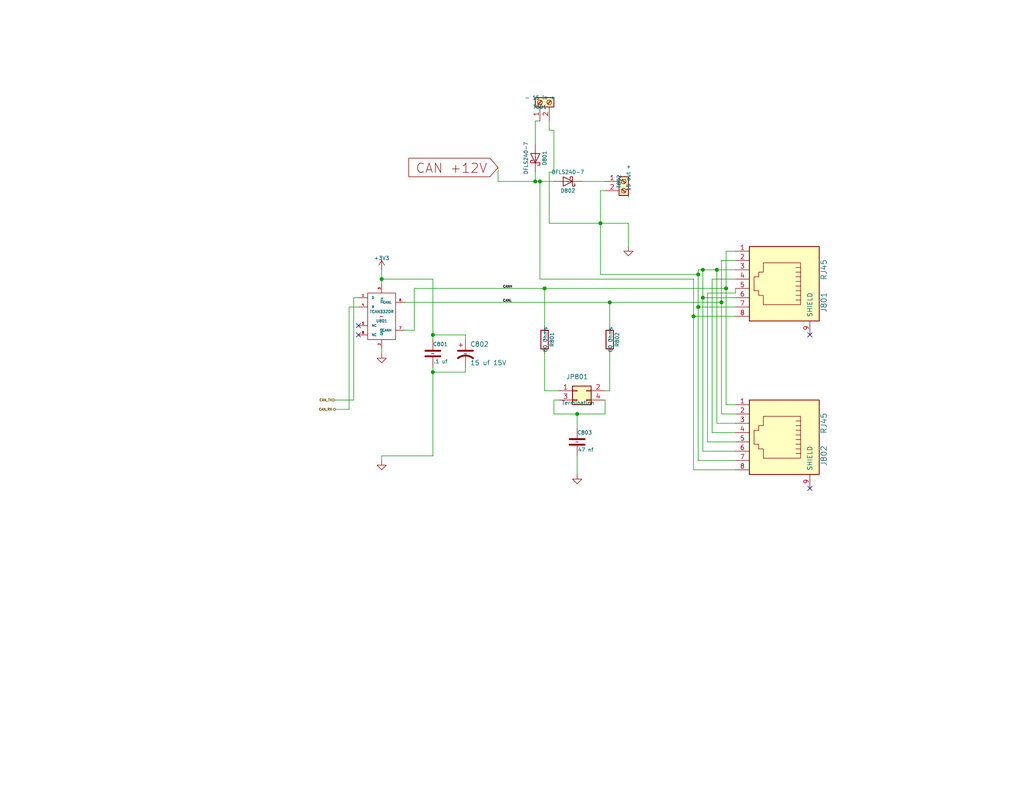
<source format=kicad_sch>
(kicad_sch (version 20211123) (generator eeschema)
  (paper "USLetter")
  (title_block (title "ESP32 S3 Multifunction Board Universal Turnout") (rev "1.0") (company "Deepwoods Software") (comment 1 "CAN Transceiver"))
  (lib_symbols
    (symbol "ESP32-T7S3-MultiFunctionUniversalTurnout-rescue:+3V3" (power) (pin_names (offset 0))
      (property "Value" "+3V3" (at 0 3.556 0))
      (symbol "+3V3_0_1"
        (polyline (pts (xy -0.762 1.27) (xy 0 2.54)))
        (polyline (pts (xy 0 0) (xy 0 2.54)))
        (polyline (pts (xy 0 2.54) (xy 0.762 1.27)))
      )
      (symbol "+3V3_1_1"
        (pin power_in line (at 0 0 90) (length 0) hide (name "+3V3") (number "1"))
      )
    )
    (symbol "ESP32-T7S3-MultiFunctionUniversalTurnout-rescue:C" (pin_numbers hide) (pin_names (offset 0.254))
      (property "Reference" "C" (at 0.635 2.54 0))
      (property "Value" "C" (at 0.635 -2.54 0))
      (symbol "C_0_1"
        (polyline (pts (xy -2.032 -0.762) (xy 2.032 -0.762)) (stroke (width 0.508)))
        (polyline (pts (xy -2.032 0.762) (xy 2.032 0.762)) (stroke (width 0.508)))
      )
      (symbol "C_1_1"
        (pin passive line (at 0 3.81 270) (length 2.794) (name "~") (number "1"))
        (pin passive line (at 0 -3.81 90) (length 2.794) (name "~") (number "2"))
      )
    )
    (symbol "ESP32-T7S3-MultiFunctionUniversalTurnout-rescue:CP1" (pin_numbers hide) (pin_names (offset 0.254) hide)
      (property "Reference" "C" (at 0.635 2.54 0))
      (property "Value" "CP1" (at 0.635 -2.54 0))
      (symbol "CP1_0_1"
        (polyline (pts (xy -2.032 0.762) (xy 2.032 0.762)) (stroke (width 0.508)))
        (polyline (pts (xy -1.778 2.286) (xy -0.762 2.286)))
        (polyline (pts (xy -1.27 1.778) (xy -1.27 2.794)))
        (arc (start 2.032 -1.27) (mid 0 -0.5572) (end -2.032 -1.27) (stroke (width 0.508)))
      )
      (symbol "CP1_1_1"
        (pin passive line (at 0 3.81 270) (length 2.794) (name "~") (number "1"))
        (pin passive line (at 0 -3.81 90) (length 3.302) (name "~") (number "2"))
      )
    )
    (symbol "ESP32-T7S3-MultiFunctionUniversalTurnout-rescue:Conn_02x02_Odd_Even" (pin_names (offset 1.016) hide)
      (property "Reference" "J" (at 1.27 2.54 0))
      (property "Value" "Conn_02x02_Odd_Even" (at 1.27 -5.08 0))
      (symbol "Conn_02x02_Odd_Even_1_1"
        (rectangle (start -1.27 -2.413) (end 0 -2.667) (stroke (width 0.1524)))
        (rectangle (start -1.27 0.127) (end 0 -0.127) (stroke (width 0.1524)))
        (rectangle (start -1.27 1.27) (end 3.81 -3.81) (stroke (width 0.254)) (fill (type background)))
        (rectangle (start 3.81 -2.413) (end 2.54 -2.667) (stroke (width 0.1524)))
        (rectangle (start 3.81 0.127) (end 2.54 -0.127) (stroke (width 0.1524)))
        (pin passive line (at -5.08 0 0) (length 3.81) (name "Pin_1") (number "1"))
        (pin passive line (at 7.62 0 180) (length 3.81) (name "Pin_2") (number "2"))
        (pin passive line (at -5.08 -2.54 0) (length 3.81) (name "Pin_3") (number "3"))
        (pin passive line (at 7.62 -2.54 180) (length 3.81) (name "Pin_4") (number "4"))
      )
    )
    (symbol "ESP32-T7S3-MultiFunctionUniversalTurnout-rescue:D_Schottky" (pin_numbers hide) (pin_names (offset 1.016) hide)
      (property "Reference" "D" (at 0 2.54 0))
      (property "Value" "D_Schottky" (at 0 -2.54 0))
      (symbol "D_Schottky_0_1"
        (polyline (pts (xy 1.27 0) (xy -1.27 0)))
        (polyline (pts (xy 1.27 1.27) (xy 1.27 -1.27) (xy -1.27 0) (xy 1.27 1.27)) (stroke (width 0.2032)))
        (polyline (pts (xy -1.905 0.635) (xy -1.905 1.27) (xy -1.27 1.27) (xy -1.27 -1.27) (xy -0.635 -1.27) (xy -0.635 -0.635)) (stroke (width 0.2032)))
      )
      (symbol "D_Schottky_1_1"
        (pin passive line (at -3.81 0 0) (length 2.54) (name "K") (number "1"))
        (pin passive line (at 3.81 0 180) (length 2.54) (name "A") (number "2"))
      )
    )
    (symbol "ESP32-T7S3-MultiFunctionUniversalTurnout-rescue:GND" (power) (pin_names (offset 0))
      (property "Value" "GND" (at 0 -3.81 0))
      (symbol "GND_0_1"
        (polyline (pts (xy 0 0) (xy 0 -1.27) (xy 1.27 -1.27) (xy 0 -2.54) (xy -1.27 -1.27) (xy 0 -1.27)))
      )
      (symbol "GND_1_1"
        (pin power_in line (at 0 0 270) (length 0) hide (name "GND") (number "1"))
      )
    )
    (symbol "ESP32-T7S3-MultiFunctionUniversalTurnout-rescue:R" (pin_numbers hide) (pin_names (offset 0))
      (property "Reference" "R" (at 2.032 0 90))
      (property "Value" "R" (at 0 0 90))
      (symbol "R_0_1"
        (rectangle (start -1.016 -2.54) (end 1.016 2.54) (stroke (width 0.254)))
      )
      (symbol "R_1_1"
        (pin passive line (at 0 3.81 270) (length 1.27) (name "~") (number "1"))
        (pin passive line (at 0 -3.81 90) (length 1.27) (name "~") (number "2"))
      )
    )
    (symbol "ESP32-T7S3-MultiFunctionUniversalTurnout-rescue:RJ45" (pin_names (offset 1.016))
      (property "Reference" "J" (at 5.08 12.7 0))
      (property "Value" "RJ45" (at -3.81 12.7 0))
      (symbol "RJ45_0_1"
        (rectangle (start -10.16 -7.62) (end 10.16 11.43) (stroke (width 0.254)) (fill (type background)))
        (polyline (pts (xy -4.445 5.08) (xy -4.445 6.35) (xy -4.445 6.35)))
        (polyline (pts (xy -3.175 6.35) (xy -3.175 5.08) (xy -3.175 5.08)))
        (polyline (pts (xy -1.905 6.35) (xy -1.905 5.08) (xy -1.905 5.08)))
        (polyline (pts (xy -0.635 6.35) (xy -0.635 5.08) (xy -0.635 5.08)))
        (polyline (pts (xy 0.635 6.35) (xy 0.635 5.08) (xy 0.635 5.08)))
        (polyline (pts (xy 1.905 6.35) (xy 1.905 5.08) (xy 1.905 5.08)))
        (polyline (pts (xy 3.175 5.08) (xy 3.175 6.35) (xy 3.175 6.35)))
        (polyline (pts (xy 4.445 5.08) (xy 4.445 6.35) (xy 4.445 6.35)))
        (polyline (pts (xy -5.715 6.35) (xy 5.715 6.35) (xy 5.715 -3.81) (xy 3.175 -3.81) (xy 3.175 -5.08) (xy 1.905 -5.08) (xy 1.905 -6.35) (xy -1.905 -6.35) (xy -1.905 -5.08) (xy -3.175 -5.08) (xy -3.175 -3.81) (xy -5.715 -3.81) (xy -5.715 6.35) (xy -5.715 6.35)))
      )
      (symbol "RJ45_1_1"
        (pin passive line (at -8.89 -11.43 90) (length 3.81) (name "~") (number "1"))
        (pin passive line (at -6.35 -11.43 90) (length 3.81) (name "~") (number "2"))
        (pin passive line (at -3.81 -11.43 90) (length 3.81) (name "~") (number "3"))
        (pin passive line (at -1.27 -11.43 90) (length 3.81) (name "~") (number "4"))
        (pin passive line (at 1.27 -11.43 90) (length 3.81) (name "~") (number "5"))
        (pin passive line (at 3.81 -11.43 90) (length 3.81) (name "~") (number "6"))
        (pin passive line (at 6.35 -11.43 90) (length 3.81) (name "~") (number "7"))
        (pin passive line (at 8.89 -11.43 90) (length 3.81) (name "~") (number "8"))
        (pin passive line (at 13.97 8.89 180) (length 3.81) (name "SHIELD") (number "9"))
      )
    )
    (symbol "ESP32-T7S3-MultiFunctionUniversalTurnout-rescue:Screw_Terminal_01x02" (pin_names (offset 1.016) hide)
      (property "Reference" "J" (at 0 2.54 0))
      (property "Value" "Screw_Terminal_01x02" (at 0 -5.08 0))
      (symbol "Screw_Terminal_01x02_1_1"
        (rectangle (start -1.27 1.27) (end 1.27 -3.81) (stroke (width 0.254)) (fill (type background)))
        (circle (center 0 -2.54) (radius 0.635) (stroke (width 0.1524)))
        (polyline (pts (xy -0.5334 -2.2098) (xy 0.3302 -3.048)) (stroke (width 0.1524)))
        (polyline (pts (xy -0.5334 0.3302) (xy 0.3302 -0.508)) (stroke (width 0.1524)))
        (polyline (pts (xy -0.3556 -2.032) (xy 0.508 -2.8702)) (stroke (width 0.1524)))
        (polyline (pts (xy -0.3556 0.508) (xy 0.508 -0.3302)) (stroke (width 0.1524)))
        (circle (center 0 0) (radius 0.635) (stroke (width 0.1524)))
        (pin passive line (at -5.08 0 0) (length 3.81) (name "Pin_1") (number "1"))
        (pin passive line (at -5.08 -2.54 0) (length 3.81) (name "Pin_2") (number "2"))
      )
    )
    (symbol "ESP32-T7S3-MultiFunctionUniversalTurnout-rescue:TCAN332DR" (pin_names (offset 1.016))
      (property "Reference" "U" (at 0 -1.27 0))
      (property "Value" "TCAN332DR" (at 0 1.27 0))
      (symbol "TCAN332DR_0_1"
        (rectangle (start -3.81 6.35) (end 3.81 -6.35))
      )
      (symbol "TCAN332DR_1_1"
        (pin input line (at -6.35 5.08 0) (length 2.54) (name "D") (number "1"))
        (pin power_in line (at 0 -8.89 90) (length 2.54) (name "GND") (number "2"))
        (pin power_in line (at 0 8.89 270) (length 2.54) (name "Vcc") (number "3"))
        (pin output line (at -6.35 2.54 0) (length 2.54) (name "R") (number "4"))
        (pin input line (at -6.35 -2.54 0) (length 2.54) (name "NC") (number "5"))
        (pin bidirectional line (at 6.35 3.81 180) (length 2.54) (name "CANL") (number "6"))
        (pin bidirectional line (at 6.35 -3.81 180) (length 2.54) (name "CANH") (number "7"))
        (pin input line (at -6.35 -5.08 0) (length 2.54) (name "NC") (number "8"))
      )
    )
  )
  (junction (at 190.5 83.82))
  (junction (at 190.5 74.93))
  (junction (at 146.05 49.53))
  (junction (at 148.59 78.74))
  (junction (at 118.11 101.6))
  (junction (at 166.37 82.55))
  (junction (at 198.12 78.74))
  (junction (at 104.14 76.2))
  (junction (at 196.85 82.55))
  (junction (at 191.77 73.66))
  (junction (at 163.83 60.96))
  (junction (at 189.23 86.36))
  (junction (at 191.77 81.28))
  (junction (at 157.48 113.03))
  (junction (at 118.11 91.44))
  (junction (at 195.58 73.66))
  (junction (at 147.32 49.53))
  (no_connect (at 220.98 91.44))
  (no_connect (at 97.79 91.44))
  (no_connect (at 220.98 133.35))
  (no_connect (at 97.79 88.9))
  (wire (pts (xy 146.05 49.53) (xy 147.32 49.53)))
  (wire (pts (xy 166.37 96.52) (xy 166.37 106.68)))
  (wire (pts (xy 198.12 68.58) (xy 198.12 78.74)))
  (wire (pts (xy 127 101.6) (xy 118.11 101.6)))
  (wire (pts (xy 165.1 52.07) (xy 163.83 52.07)))
  (wire (pts (xy 146.05 33.02) (xy 146.05 39.37)))
  (wire (pts (xy 198.12 78.74) (xy 198.12 110.49)))
  (wire (pts (xy 148.59 78.74) (xy 198.12 78.74)))
  (wire (pts (xy 148.59 96.52) (xy 148.59 106.68)))
  (wire (pts (xy 110.49 90.17) (xy 113.03 90.17)))
  (wire (pts (xy 104.14 76.2) (xy 104.14 77.47)))
  (wire (pts (xy 163.83 74.93) (xy 190.5 74.93)))
  (wire (pts (xy 189.23 76.2) (xy 189.23 86.36)))
  (wire (pts (xy 149.86 46.99) (xy 149.86 60.96)))
  (wire (pts (xy 118.11 76.2) (xy 118.11 91.44)))
  (wire (pts (xy 148.59 78.74) (xy 148.59 88.9)))
  (wire (pts (xy 151.13 113.03) (xy 151.13 109.22)))
  (wire (pts (xy 193.04 80.01) (xy 193.04 120.65)))
  (wire (pts (xy 95.25 111.76) (xy 91.44 111.76)))
  (wire (pts (xy 165.1 113.03) (xy 157.48 113.03)))
  (wire (pts (xy 166.37 82.55) (xy 196.85 82.55)))
  (wire (pts (xy 113.03 78.74) (xy 148.59 78.74)))
  (wire (pts (xy 118.11 124.46) (xy 104.14 124.46)))
  (wire (pts (xy 198.12 68.58) (xy 200.66 68.58)))
  (wire (pts (xy 165.1 49.53) (xy 158.75 49.53)))
  (wire (pts (xy 194.31 118.11) (xy 194.31 76.2)))
  (wire (pts (xy 195.58 73.66) (xy 195.58 115.57)))
  (wire (pts (xy 96.52 109.22) (xy 91.44 109.22)))
  (wire (pts (xy 135.89 49.53) (xy 146.05 49.53)))
  (wire (pts (xy 171.45 60.96) (xy 171.45 67.31)))
  (wire (pts (xy 189.23 128.27) (xy 200.66 128.27)))
  (wire (pts (xy 118.11 91.44) (xy 127 91.44)))
  (wire (pts (xy 194.31 76.2) (xy 200.66 76.2)))
  (wire (pts (xy 198.12 110.49) (xy 200.66 110.49)))
  (wire (pts (xy 96.52 81.28) (xy 96.52 109.22)))
  (wire (pts (xy 110.49 82.55) (xy 166.37 82.55)))
  (wire (pts (xy 149.86 33.02) (xy 149.86 35.56)))
  (wire (pts (xy 157.48 124.46) (xy 157.48 129.54)))
  (wire (pts (xy 196.85 82.55) (xy 196.85 113.03)))
  (wire (pts (xy 157.48 113.03) (xy 157.48 116.84)))
  (wire (pts (xy 189.23 86.36) (xy 189.23 128.27)))
  (wire (pts (xy 149.86 60.96) (xy 163.83 60.96)))
  (wire (pts (xy 151.13 46.99) (xy 149.86 46.99)))
  (wire (pts (xy 104.14 124.46) (xy 104.14 125.73)))
  (wire (pts (xy 147.32 76.2) (xy 189.23 76.2)))
  (wire (pts (xy 200.66 71.12) (xy 196.85 71.12)))
  (wire (pts (xy 190.5 73.66) (xy 190.5 74.93)))
  (wire (pts (xy 200.66 80.01) (xy 193.04 80.01)))
  (wire (pts (xy 157.48 113.03) (xy 151.13 113.03)))
  (wire (pts (xy 104.14 76.2) (xy 118.11 76.2)))
  (wire (pts (xy 191.77 73.66) (xy 195.58 73.66)))
  (wire (pts (xy 189.23 86.36) (xy 200.66 86.36)))
  (wire (pts (xy 200.66 78.74) (xy 200.66 80.01)))
  (wire (pts (xy 97.79 83.82) (xy 95.25 83.82)))
  (wire (pts (xy 191.77 81.28) (xy 191.77 123.19)))
  (wire (pts (xy 104.14 73.66) (xy 104.14 76.2)))
  (wire (pts (xy 118.11 101.6) (xy 118.11 124.46)))
  (wire (pts (xy 166.37 82.55) (xy 166.37 88.9)))
  (wire (pts (xy 127 100.33) (xy 127 101.6)))
  (wire (pts (xy 135.89 45.72) (xy 135.89 49.53)))
  (wire (pts (xy 196.85 113.03) (xy 200.66 113.03)))
  (wire (pts (xy 127 91.44) (xy 127 92.71)))
  (wire (pts (xy 166.37 106.68) (xy 165.1 106.68)))
  (wire (pts (xy 163.83 60.96) (xy 163.83 74.93)))
  (wire (pts (xy 196.85 71.12) (xy 196.85 82.55)))
  (wire (pts (xy 118.11 91.44) (xy 118.11 92.71)))
  (wire (pts (xy 148.59 106.68) (xy 152.4 106.68)))
  (wire (pts (xy 190.5 74.93) (xy 190.5 83.82)))
  (wire (pts (xy 190.5 125.73) (xy 200.66 125.73)))
  (wire (pts (xy 104.14 95.25) (xy 104.14 96.52)))
  (wire (pts (xy 191.77 73.66) (xy 191.77 81.28)))
  (wire (pts (xy 195.58 115.57) (xy 200.66 115.57)))
  (wire (pts (xy 95.25 83.82) (xy 95.25 111.76)))
  (wire (pts (xy 165.1 109.22) (xy 165.1 113.03)))
  (wire (pts (xy 163.83 52.07) (xy 163.83 60.96)))
  (wire (pts (xy 193.04 120.65) (xy 200.66 120.65)))
  (wire (pts (xy 190.5 83.82) (xy 190.5 125.73)))
  (wire (pts (xy 200.66 81.28) (xy 191.77 81.28)))
  (wire (pts (xy 113.03 90.17) (xy 113.03 78.74)))
  (wire (pts (xy 147.32 33.02) (xy 146.05 33.02)))
  (wire (pts (xy 146.05 49.53) (xy 146.05 46.99)))
  (wire (pts (xy 163.83 60.96) (xy 171.45 60.96)))
  (wire (pts (xy 190.5 73.66) (xy 191.77 73.66)))
  (wire (pts (xy 149.86 35.56) (xy 151.13 35.56)))
  (wire (pts (xy 190.5 83.82) (xy 200.66 83.82)))
  (wire (pts (xy 147.32 49.53) (xy 151.13 49.53)))
  (wire (pts (xy 151.13 35.56) (xy 151.13 46.99)))
  (wire (pts (xy 97.79 81.28) (xy 96.52 81.28)))
  (wire (pts (xy 200.66 118.11) (xy 194.31 118.11)))
  (wire (pts (xy 195.58 73.66) (xy 200.66 73.66)))
  (wire (pts (xy 118.11 100.33) (xy 118.11 101.6)))
  (wire (pts (xy 151.13 109.22) (xy 152.4 109.22)))
  (wire (pts (xy 191.77 123.19) (xy 200.66 123.19)))
  (wire (pts (xy 147.32 49.53) (xy 147.32 76.2)))
  (label "CANL" (at 137.16 82.55 0) (effects (font (size 0.635 0.635))))
  (label "CANH" (at 137.16 78.74 0) (effects (font (size 0.635 0.635))))
  (global_label "CAN +12V" (shape input) (at 135.89 45.72 180) (effects (font (size 2.54 2.54))) (property "Intersheet References" "${INTERSHEET_REFS}" (effects hide)))
  (hierarchical_label "CAN_TX" (shape input) (at 91.44 109.22 180) (effects (font (size 0.635 0.635))))
  (hierarchical_label "CAN_RX" (shape output) (at 91.44 111.76 180) (effects (font (size 0.635 0.635))))
  (symbol (lib_id "ESP32-T7S3-MultiFunctionUniversalTurnout-rescue:TCAN332DR") (at 104.14 86.36 0) (unit 1)
    (property "Reference" "U801" (at 104.14 87.63 0) (effects (font (size 0.762 0.762))))
    (property "Value" "TCAN332DR" (at 104.14 85.09 0) (effects (font (size 0.762 0.762))))
    (property "Footprint" "Housings_SOIC:SOIC-8_3.9x4.9mm_Pitch1.27mm" (effects hide))
    (property "Datasheet" "~" (at 104.14 86.36 0) (effects (font (size 1.524 1.524))))
    (property "Mouser Part Number" "595-TCAN332DR" (effects hide))
  )
  (symbol (lib_id "ESP32-T7S3-MultiFunctionUniversalTurnout-rescue:+3V3") (at 104.14 73.66 0) (unit 1)
    (property "Reference" "#PWR047" (effects hide))
    (property "Value" "+3V3" (at 104.14 70.485 0) (effects (font (size 1.016 1.016))))
  )
  (symbol (lib_id "ESP32-T7S3-MultiFunctionUniversalTurnout-rescue:GND") (at 104.14 96.52 0) (unit 1)
    (property "Reference" "#PWR048" (effects hide))
    (property "Value" "GND" (effects hide))
  )
  (symbol (lib_id "ESP32-T7S3-MultiFunctionUniversalTurnout-rescue:C") (at 118.11 96.52 0) (unit 1)
    (property "Reference" "C801" (at 118.11 93.98 0) (effects (font (size 1.016 1.016)) (justify left)))
    (property "Value" ".1 uf" (at 118.2624 98.679 0) (effects (font (size 1.016 1.016)) (justify left)))
    (property "Footprint" "Capacitors_SMD:C_0603" (effects hide))
    (property "Datasheet" "~" (at 118.11 96.52 0) (effects (font (size 1.524 1.524))))
    (property "Mouser Part Number" "710-885012206095" (effects hide))
  )
  (symbol (lib_id "ESP32-T7S3-MultiFunctionUniversalTurnout-rescue:CP1") (at 127 96.52 0) (unit 1)
    (property "Reference" "C802" (at 128.27 93.98 0) (effects (justify left)))
    (property "Value" "15 uf 15V" (at 128.27 99.06 0) (effects (justify left)))
    (property "Footprint" "Capacitors_SMD:CP_Elec_4x5.7" (effects hide))
    (property "Datasheet" "~" (at 127 96.52 0) (effects (font (size 1.524 1.524))))
    (property "Mouser Part Number" "647-UUD1C150MCL" (effects hide))
  )
  (symbol (lib_id "ESP32-T7S3-MultiFunctionUniversalTurnout-rescue:R") (at 148.59 92.71 0) (unit 1)
    (property "Reference" "R801" (at 150.622 92.71 90) (effects (font (size 1.016 1.016))))
    (property "Value" "60 Ohms" (at 148.7678 92.6846 90) (effects (font (size 1.016 1.016))))
    (property "Footprint" "Resistors_SMD:R_1206" (effects hide))
    (property "Datasheet" "~" (at 148.59 92.71 0) (effects (font (size 0.762 0.762))))
    (property "Mouser Part Number" "71-CRCW120660R0KNAIF" (effects hide))
  )
  (symbol (lib_id "ESP32-T7S3-MultiFunctionUniversalTurnout-rescue:R") (at 166.37 92.71 0) (unit 1)
    (property "Reference" "R802" (at 168.402 92.71 90) (effects (font (size 1.016 1.016))))
    (property "Value" "60 Ohms" (at 166.5478 92.6846 90) (effects (font (size 1.016 1.016))))
    (property "Footprint" "Resistors_SMD:R_1206" (effects hide))
    (property "Datasheet" "~" (at 166.37 92.71 0) (effects (font (size 0.762 0.762))))
    (property "Mouser Part Number" "71-CRCW120660R0KNAIF" (effects hide))
  )
  (symbol (lib_id "ESP32-T7S3-MultiFunctionUniversalTurnout-rescue:Conn_02x02_Odd_Even") (at 157.48 106.68 0) (unit 1)
    (property "Reference" "JP801" (at 157.48 102.87 0))
    (property "Value" "Termination" (at 157.734 109.982 0) (effects (font (size 1.016 1.016))))
    (property "Footprint" "Pin_Headers:Pin_Header_Straight_2x02_Pitch2.54mm" (effects hide))
    (property "Mouser Part Number" "649-67997-404HLF" (effects hide))
  )
  (symbol (lib_id "ESP32-T7S3-MultiFunctionUniversalTurnout-rescue:C") (at 157.48 120.65 0) (unit 1)
    (property "Reference" "C803" (at 157.48 118.11 0) (effects (font (size 1.016 1.016)) (justify left)))
    (property "Value" "47 nf" (at 157.6324 122.809 0) (effects (font (size 1.016 1.016)) (justify left)))
    (property "Footprint" "Capacitors_SMD:C_0603" (effects hide))
    (property "Datasheet" "~" (at 157.48 120.65 0) (effects (font (size 1.524 1.524))))
    (property "Mouser Part Number" "710-885012206093" (effects hide))
  )
  (symbol (lib_id "ESP32-T7S3-MultiFunctionUniversalTurnout-rescue:GND") (at 157.48 129.54 0) (unit 1)
    (property "Reference" "#PWR049" (effects hide))
    (property "Value" "GND" (effects hide))
  )
  (symbol (lib_id "ESP32-T7S3-MultiFunctionUniversalTurnout-rescue:RJ45") (at 212.09 119.38 270) (unit 1)
    (property "Reference" "J802" (at 224.79 124.46 0) (effects (font (size 1.524 1.524))))
    (property "Value" "RJ45" (at 224.79 115.57 0) (effects (font (size 1.524 1.524))))
    (property "Footprint" "RJ45-8N-S:RJ45_8N-S" (effects hide))
    (property "Mouser Part Number" "710-615008144221" (effects hide))
  )
  (symbol (lib_id "ESP32-T7S3-MultiFunctionUniversalTurnout-rescue:RJ45") (at 212.09 77.47 270) (unit 1)
    (property "Reference" "J801" (at 224.79 82.55 0) (effects (font (size 1.524 1.524))))
    (property "Value" "RJ45" (at 224.79 73.66 0) (effects (font (size 1.524 1.524))))
    (property "Footprint" "RJ45-8N-S:RJ45_8N-S" (effects hide))
    (property "Mouser Part Number" "710-615008144221" (effects hide))
  )
  (symbol (lib_id "ESP32-T7S3-MultiFunctionUniversalTurnout-rescue:Screw_Terminal_01x02") (at 170.18 49.53 0) (unit 1)
    (property "Reference" "T802" (at 168.91 49.53 90) (effects (font (size 1.016 1.016))))
    (property "Value" "- 15 out +" (at 171.45 49.53 90) (effects (font (size 1.016 1.016))))
    (property "Footprint" "Connectors_Terminal_Blocks:TerminalBlock_Pheonix_MPT-2.54mm_2pol" (effects hide))
    (property "Mouser Part Number" "651-1725656" (effects hide))
  )
  (symbol (lib_id "ESP32-T7S3-MultiFunctionUniversalTurnout-rescue:D_Schottky") (at 154.94 49.53 180) (unit 1)
    (property "Reference" "D802" (at 154.94 52.07 0) (effects (font (size 1.016 1.016))))
    (property "Value" "DFLS240-7" (at 154.94 46.99 0) (effects (font (size 1.016 1.016))))
    (property "Footprint" "Diodes_SMD:D_PowerDI-123" (effects hide))
    (property "Datasheet" "~" (at 154.94 49.53 0) (effects (font (size 1.524 1.524))))
    (property "Mouser Part Number" "621-DFLS240-7" (effects hide))
  )
  (symbol (lib_id "ESP32-T7S3-MultiFunctionUniversalTurnout-rescue:GND") (at 171.45 67.31 0) (unit 1)
    (property "Reference" "#PWR050" (effects hide))
    (property "Value" "GND" (effects hide))
  )
  (symbol (lib_id "ESP32-T7S3-MultiFunctionUniversalTurnout-rescue:Screw_Terminal_01x02") (at 147.32 27.94 90) (unit 1)
    (property "Reference" "T801" (at 147.32 29.21 90) (effects (font (size 1.016 1.016))))
    (property "Value" "- 15 in +" (at 147.32 26.67 90) (effects (font (size 1.016 1.016))))
    (property "Footprint" "Connectors_Terminal_Blocks:TerminalBlock_Pheonix_MPT-2.54mm_2pol" (effects hide))
    (property "Mouser Part Number" "651-1725656" (effects hide))
  )
  (symbol (lib_id "ESP32-T7S3-MultiFunctionUniversalTurnout-rescue:D_Schottky") (at 146.05 43.18 270) (mirror x) (unit 1)
    (property "Reference" "D801" (at 148.59 43.18 0) (effects (font (size 1.016 1.016))))
    (property "Value" "DFLS240-7" (at 143.51 43.18 0) (effects (font (size 1.016 1.016))))
    (property "Footprint" "Diodes_SMD:D_PowerDI-123" (effects hide))
    (property "Datasheet" "~" (at 146.05 43.18 0) (effects (font (size 1.524 1.524))))
    (property "Mouser Part Number" "621-DFLS240-7" (effects hide))
  )
  (symbol (lib_id "ESP32-T7S3-MultiFunctionUniversalTurnout-rescue:GND") (at 104.14 125.73 0) (unit 1)
    (property "Reference" "#PWR051" (effects hide))
    (property "Value" "GND" (effects hide))
  )
)
</source>
